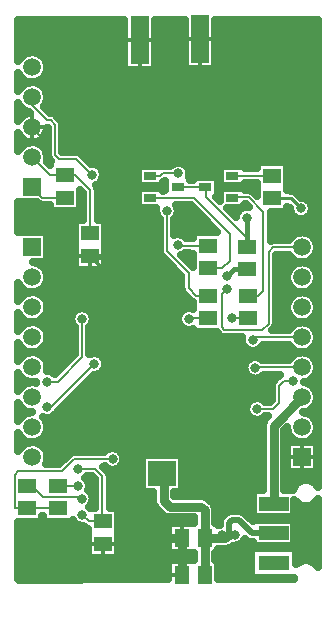
<source format=gbr>
G04 DipTrace 3.0.0.1*
G04 Bottom.gbr*
%MOIN*%
G04 #@! TF.FileFunction,Copper,L2,Bot*
G04 #@! TF.Part,Single*
G04 #@! TA.AperFunction,Conductor*
%ADD10C,0.01*%
%ADD14C,0.007*%
%ADD15C,0.015*%
%ADD16C,0.03*%
G04 #@! TA.AperFunction,CopperBalancing*
%ADD18C,0.025*%
G04 #@! TA.AperFunction,Conductor*
%ADD19C,0.02*%
G04 #@! TA.AperFunction,CopperBalancing*
%ADD23C,0.012992*%
%ADD26R,0.059055X0.051181*%
%ADD27R,0.051181X0.059055*%
G04 #@! TA.AperFunction,ComponentPad*
%ADD33R,0.059055X0.059055*%
%ADD34C,0.059055*%
%ADD36R,0.041339X0.025591*%
%ADD39R,0.098425X0.047244*%
%ADD42R,0.059843X0.159843*%
G04 #@! TA.AperFunction,ViaPad*
%ADD48C,0.031496*%
%FSLAX26Y26*%
G04*
G70*
G90*
G75*
G01*
G04 Bottom*
%LPD*%
X1341339Y1087402D2*
D14*
X1311286D1*
X1293963Y1070079D1*
Y1012599D1*
X1274541Y993176D1*
X1221916D1*
X1372047Y1232546D2*
X1217586D1*
X1207481Y1222441D1*
X1372047Y1132546D2*
X1216929D1*
X1215486Y1131103D1*
X472047Y1932677D2*
Y1929921D1*
X517323Y1884646D1*
X1186352Y1460368D2*
D15*
X1144751D1*
X1120341Y1435958D1*
X438845Y527297D2*
D14*
Y567323D1*
X439502Y567979D1*
X931496Y1440551D2*
D10*
X729397D1*
X666011Y1503937D1*
X712599Y1244882D2*
Y1457349D1*
X666011Y1503937D1*
X712599Y1244882D2*
Y1204725D1*
X807087Y1110236D1*
Y948819D1*
Y595145D1*
X834515Y567717D1*
X707743Y544226D2*
X455774D1*
X438845Y527297D1*
X736221Y1586614D2*
Y1515748D1*
X716536Y1496063D1*
X673885D1*
X666011Y1503937D1*
X633858Y948819D2*
X807087D1*
X972047Y439108D2*
D16*
Y562709D1*
X972026Y562730D1*
X907612D1*
X893963Y549082D1*
X833071D1*
X830709Y551444D1*
Y563911D1*
X834515Y567717D1*
X835302Y524016D2*
Y566929D1*
X834515Y567717D1*
X626116Y793701D2*
D14*
X681103D1*
X706037Y768767D1*
Y620735D1*
X707743Y619029D1*
X660499D1*
X638845Y640683D1*
X453019Y662336D2*
X556168D1*
X556693Y662861D1*
X740158Y826772D2*
X612336D1*
X571523Y785958D1*
X425460D1*
X413386Y773885D1*
Y662467D1*
X452887D1*
X453019Y662336D1*
X556693Y737664D2*
X627428D1*
X625984Y736221D1*
X453019Y737139D2*
X471523D1*
X507874Y700788D1*
X630709D1*
X637008Y694488D1*
X1048688Y1733596D2*
X956431D1*
X581628Y1773229D2*
X531496D1*
X472047Y1832677D1*
X666011Y1578740D2*
Y1723229D1*
X616273Y1772966D1*
X581890D1*
X581628Y1773229D1*
X1186352Y1535171D2*
Y1564305D1*
X1050394Y1700263D1*
Y1731890D1*
X1048688Y1733596D1*
X1186352Y1535171D2*
D15*
Y1630184D1*
X1276509Y677953D2*
D16*
Y937008D1*
X1372047Y1032546D1*
X472047Y2032677D2*
D14*
Y2006824D1*
X522310Y1956562D1*
X533071D1*
X548688Y1940945D1*
Y1838977D1*
X560761Y1826903D1*
X619160D1*
X671785Y1774278D1*
X581628Y1698425D2*
X506299D1*
X472047Y1732677D1*
X1272835Y1771391D2*
X1139633D1*
X1139239Y1770998D1*
X520735Y1084252D2*
X556956D1*
X638189Y1165486D1*
Y1293570D1*
X522572Y1000131D2*
X535171D1*
X678609Y1143570D1*
X865879Y1696194D2*
X1009843D1*
X1129921Y1576116D1*
Y1486877D1*
X1106037Y1462992D1*
X1057349D1*
X1056562Y1463780D1*
X1058137Y1370866D2*
X1018373D1*
X993176Y1396063D1*
Y1447376D1*
X920998Y1519554D1*
Y1653806D1*
X959580Y1779265D2*
X907612D1*
X899213Y1770866D1*
X866011D1*
X865879Y1770998D1*
X1058137Y1296063D2*
X995932D1*
X993570Y1293701D1*
X1372047Y1532546D2*
X1275853D1*
X1260236Y1516929D1*
Y1278215D1*
X1239239Y1257218D1*
X1112861D1*
X1104200Y1265879D1*
Y1377166D1*
X1122179Y1395145D1*
X1139239Y1696194D2*
Y1699738D1*
X1193307D1*
X1242651Y1650394D1*
Y1386483D1*
X1225460Y1369292D1*
X1191076D1*
X1190158Y1370210D1*
X1136483Y1295407D2*
X1190158D1*
X1272835Y1696588D2*
D10*
X1333990D1*
X1368242Y1662336D1*
X1056562Y1538583D2*
D14*
X958662D1*
X957218Y1540026D1*
X1104856Y572704D2*
D19*
X1127297D1*
X1144751D1*
X1146457Y574410D1*
X1276509Y579528D2*
X1204462D1*
X1161024Y622966D1*
X1138189D1*
X1127297Y612074D1*
Y572704D1*
X1046830Y562730D2*
D16*
Y439129D1*
X1046851Y439108D1*
X1046830Y562730D2*
X1114817D1*
X1127297Y572704D1*
X1046830Y562730D2*
Y656845D1*
X1035696Y667979D1*
X929790D1*
X909974Y687795D1*
Y776772D1*
X906824Y779921D1*
X925591D1*
X929134Y783465D1*
D48*
X1341339Y1087402D3*
X1221916Y993176D3*
X1207481Y1222441D3*
X1215486Y1131103D3*
X517323Y1884646D3*
X1120341Y1435958D3*
X931496Y1440551D3*
X712599Y1244882D3*
D3*
X736221Y1586614D3*
X633858Y948819D3*
X626116Y793701D3*
X638845Y640683D3*
X740158Y826772D3*
X625984Y736221D3*
X637008Y694488D3*
X1186352Y1630184D3*
X671785Y1774278D3*
X520735Y1084252D3*
X638189Y1293570D3*
X522572Y1000131D3*
X678609Y1143570D3*
X920998Y1653806D3*
X959580Y1779265D3*
X993570Y1293701D3*
X1122179Y1395145D3*
X1136483Y1295407D3*
X1368242Y1662336D3*
X957218Y1540026D3*
X1104856Y572704D3*
X1146457Y574410D3*
X439502Y567979D3*
X438845Y527297D3*
X834515Y567717D3*
X835302Y524016D3*
X881890Y779528D3*
X929134Y783465D3*
X984252Y2086614D3*
X1062992D3*
Y2007874D3*
X866142Y2086614D3*
Y2007874D3*
X1141732Y2086614D3*
Y2007874D3*
X787402Y2086614D3*
Y2007874D3*
X1141732Y2244095D3*
Y2165355D3*
X1220473Y2244095D3*
Y2165355D3*
Y2086614D3*
Y2007874D3*
X1141732Y1929134D3*
X1220473D3*
X629921Y2086614D3*
Y2007874D3*
X708662Y2086614D3*
Y2007874D3*
X629921Y2244095D3*
Y2165355D3*
X708662Y2244095D3*
Y2165355D3*
X1141732Y1850394D3*
X1062992D3*
X1220473D3*
X984252D3*
X826772D3*
X748032D3*
X905512D3*
X669292D3*
X708662Y1929134D3*
X629921D3*
X551181Y2086614D3*
Y2007874D3*
Y2244095D3*
Y2165355D3*
X1299213Y2086614D3*
Y2007874D3*
Y2244095D3*
Y2165355D3*
X428725Y2265466D2*
D18*
X776948D1*
X882778D2*
X977339D1*
X1083169D2*
X1421675D1*
X428725Y2240597D2*
X776948D1*
X882778D2*
X977339D1*
X1083169D2*
X1421675D1*
X428725Y2215729D2*
X776948D1*
X882778D2*
X977339D1*
X1083169D2*
X1421675D1*
X428725Y2190860D2*
X776948D1*
X882778D2*
X977339D1*
X1083169D2*
X1421675D1*
X511880Y2165991D2*
X776948D1*
X882778D2*
X977339D1*
X1083169D2*
X1421675D1*
X523843Y2141122D2*
X776948D1*
X882778D2*
X977339D1*
X1083169D2*
X1421675D1*
X521792Y2116254D2*
X1421675D1*
X428725Y2091385D2*
X441335D1*
X502798D2*
X1421675D1*
X511391Y2066516D2*
X1421675D1*
X523745Y2041647D2*
X1421675D1*
X521987Y2016778D2*
X1421675D1*
X428725Y1991910D2*
X440555D1*
X523403D2*
X1421675D1*
X559048Y1967041D2*
X1421675D1*
X575161Y1942172D2*
X1421675D1*
X575210Y1917303D2*
X1421675D1*
X428725Y1892435D2*
X439872D1*
X504263D2*
X522221D1*
X575210D2*
X1421675D1*
X510415Y1867566D2*
X522165D1*
X575210D2*
X1421675D1*
X639809Y1842697D2*
X1421675D1*
X664663Y1817828D2*
X1421675D1*
X705337Y1792960D2*
X822212D1*
X995620D2*
X1095552D1*
X1325356D2*
X1421675D1*
X710024Y1768091D2*
X822212D1*
X996548D2*
X1095552D1*
X1325356D2*
X1421675D1*
X692983Y1743222D2*
X822212D1*
X1182925D2*
X1220307D1*
X1325356D2*
X1421675D1*
X692495Y1718353D2*
X822212D1*
X1210952D2*
X1220338D1*
X1349770D2*
X1421675D1*
X692495Y1693484D2*
X822212D1*
X1389272D2*
X1421675D1*
X428725Y1668616D2*
X529096D1*
X692495D2*
X822212D1*
X956606D2*
X1000971D1*
X1406460D2*
X1421659D1*
X428725Y1643747D2*
X639497D1*
X692495D2*
X883686D1*
X958315D2*
X1025825D1*
X1269155D2*
X1334614D1*
X1401870D2*
X1421675D1*
X428725Y1618878D2*
X613471D1*
X718520D2*
X894477D1*
X947475D2*
X1050727D1*
X1269155D2*
X1421675D1*
X428725Y1594009D2*
X613471D1*
X718520D2*
X894477D1*
X947475D2*
X1075581D1*
X1269155D2*
X1421675D1*
X524721Y1569141D2*
X613471D1*
X718520D2*
X894477D1*
X981313D2*
X1004048D1*
X1269155D2*
X1335444D1*
X1408657D2*
X1421704D1*
X524721Y1544272D2*
X613471D1*
X718520D2*
X894477D1*
X524721Y1519403D2*
X613471D1*
X718520D2*
X894477D1*
X524721Y1494534D2*
X613471D1*
X718520D2*
X909565D1*
X982436D2*
X1004048D1*
X1286733D2*
X1337007D1*
X1407095D2*
X1421718D1*
X508364Y1469666D2*
X613471D1*
X718520D2*
X934468D1*
X1286733D2*
X1336030D1*
X1408071D2*
X1421727D1*
X523208Y1444797D2*
X959321D1*
X1286733D2*
X1321040D1*
X523061Y1419928D2*
X966694D1*
X1286733D2*
X1321138D1*
X428725Y1395059D2*
X436652D1*
X507680D2*
X966694D1*
X1286733D2*
X1336421D1*
X1407680D2*
X1421689D1*
X428725Y1370191D2*
X436555D1*
X507778D2*
X982612D1*
X1286733D2*
X1336616D1*
X1407485D2*
X1421671D1*
X523061Y1345322D2*
X1005610D1*
X1286733D2*
X1321186D1*
X523208Y1320453D2*
X611372D1*
X665005D2*
X966596D1*
X1286733D2*
X1320991D1*
X508266Y1295584D2*
X599507D1*
X676870D2*
X954878D1*
X1286733D2*
X1335835D1*
X1408266D2*
X1421666D1*
X428725Y1270715D2*
X437140D1*
X507192D2*
X607563D1*
X668813D2*
X963032D1*
X1285513D2*
X1337202D1*
X1406899D2*
X1421700D1*
X522964Y1245847D2*
X611665D1*
X664712D2*
X1087788D1*
X523305Y1220978D2*
X611665D1*
X664712D2*
X1168745D1*
X508804Y1196109D2*
X611665D1*
X664712D2*
X1180073D1*
X1234878D2*
X1335249D1*
X1408804D2*
X1421719D1*
X428725Y1171240D2*
X437823D1*
X506557D2*
X607514D1*
X704507D2*
X1337837D1*
X1406264D2*
X1421729D1*
X522817Y1146372D2*
X582612D1*
X717251D2*
X1180122D1*
X523452Y1121503D2*
X557759D1*
X709878D2*
X1178022D1*
X668130Y1096634D2*
X1201753D1*
X1229214D2*
X1284077D1*
X1409389D2*
X1421702D1*
X428725Y1071765D2*
X438408D1*
X643227D2*
X1267524D1*
X1405630D2*
X1421673D1*
X618374Y1046897D2*
X1267475D1*
X593520Y1022028D2*
X1197456D1*
X1246352D2*
X1266938D1*
X568618Y997159D2*
X1183393D1*
X1409927D2*
X1421684D1*
X428725Y972290D2*
X439091D1*
X548305D2*
X1189790D1*
X1404946D2*
X1421706D1*
X522475Y947421D2*
X1240083D1*
X523647Y922553D2*
X1238520D1*
X510415Y897684D2*
X1238520D1*
X1314516D2*
X1333686D1*
X1410415D2*
X1421665D1*
X428725Y872815D2*
X439774D1*
X504555D2*
X1238520D1*
X522329Y847946D2*
X598530D1*
X772085D2*
X1238520D1*
X523794Y823078D2*
X572212D1*
X778725D2*
X835249D1*
X975210D2*
X1238520D1*
X764956Y798209D2*
X835249D1*
X975210D2*
X1238520D1*
X732095Y773340D2*
X835249D1*
X975210D2*
X1238520D1*
X1314516D2*
X1421675D1*
X662612Y748471D2*
X679536D1*
X732534D2*
X835249D1*
X975210D2*
X1238520D1*
X1314516D2*
X1355366D1*
X1414175D2*
X1421687D1*
X662466Y723603D2*
X679536D1*
X732534D2*
X835249D1*
X975210D2*
X1238520D1*
X1314516D2*
X1339253D1*
X732534Y698734D2*
X871968D1*
X1055923D2*
X1204292D1*
X669302Y673865D2*
X679571D1*
X732534D2*
X874800D1*
X1080483D2*
X1204292D1*
X1348745D2*
X1362446D1*
X1407095D2*
X1421718D1*
X760268Y648996D2*
X896089D1*
X1084829D2*
X1119770D1*
X1179409D2*
X1204292D1*
X1348745D2*
X1421675D1*
X760268Y624128D2*
X1008833D1*
X1084829D2*
X1096747D1*
X1205483D2*
X1421675D1*
X428725Y599259D2*
X644380D1*
X760268D2*
X923432D1*
X1348745D2*
X1421675D1*
X428725Y574390D2*
X655220D1*
X760268D2*
X923432D1*
X1348745D2*
X1421675D1*
X428725Y549521D2*
X655220D1*
X760268D2*
X923432D1*
X1175307D2*
X1196479D1*
X1348745D2*
X1421675D1*
X428725Y524652D2*
X655220D1*
X760268D2*
X923432D1*
X1095425D2*
X1198286D1*
X1354702D2*
X1421675D1*
X428725Y499784D2*
X655220D1*
X760268D2*
X1008833D1*
X1084829D2*
X1198286D1*
X1354702D2*
X1421675D1*
X428725Y474915D2*
X923481D1*
X1095425D2*
X1198286D1*
X428725Y450046D2*
X923481D1*
X1095425D2*
X1198286D1*
X665577Y665120D2*
X682081D1*
X682037Y758852D1*
X671134Y769729D1*
X653319Y769701D1*
X648112Y764919D1*
X653548Y759762D1*
X656891Y755160D1*
X659473Y750092D1*
X661231Y744683D1*
X662121Y739065D1*
Y733377D1*
X661231Y727759D1*
X659639Y722798D1*
X664571Y718030D1*
X667915Y713428D1*
X670497Y708360D1*
X672255Y702950D1*
X673144Y697332D1*
Y691644D1*
X672255Y686026D1*
X670497Y680617D1*
X667915Y675549D1*
X664571Y670947D1*
X662174Y668427D1*
X665586Y665114D1*
X730030Y665120D2*
X757771D1*
Y498135D1*
X657715D1*
Y595155D1*
X651314Y596856D1*
X646392Y599613D1*
X641077Y604510D1*
X633175Y604881D1*
X627644Y606209D1*
X622389Y608385D1*
X617539Y611357D1*
X613214Y615051D1*
X609520Y619377D1*
X606717Y623926D1*
X606721Y616771D1*
X506666D1*
Y638304D1*
X503092Y638336D1*
X503046Y616245D1*
X426240D1*
X426201Y426224D1*
X925957Y426201D1*
Y489135D1*
X1011356D1*
X1011329Y512713D1*
X925936Y512702D1*
Y612757D1*
X1011335D1*
X1011330Y632505D1*
X927005Y632589D1*
X921503Y633460D1*
X916205Y635181D1*
X911242Y637710D1*
X906735Y640985D1*
X882980Y664740D1*
X879705Y669247D1*
X877176Y674210D1*
X875455Y679508D1*
X874583Y685010D1*
X874474Y718118D1*
X837768Y718083D1*
Y839791D1*
X972731D1*
Y718083D1*
X945437D1*
X945474Y703481D1*
X1038481Y703370D1*
X1043983Y702498D1*
X1049281Y700777D1*
X1054244Y698248D1*
X1058751Y694974D1*
X1073824Y679901D1*
X1077098Y675394D1*
X1079627Y670431D1*
X1081349Y665133D1*
X1082220Y659631D1*
X1082330Y612754D1*
X1092920Y612757D1*
Y606947D1*
X1096797Y608030D1*
X1097172Y616845D1*
X1099118Y623746D1*
X1102622Y630001D1*
X1105730Y633641D1*
X1118381Y646159D1*
X1124342Y650142D1*
X1131069Y652624D1*
X1138189Y653466D1*
X1163417Y653372D1*
X1170449Y651973D1*
X1176960Y648972D1*
X1182591Y644533D1*
X1206794Y620330D1*
X1206797Y623650D1*
X1346222D1*
Y535406D1*
X1206797D1*
Y549029D1*
X1199691Y549403D1*
X1192790Y551349D1*
X1186535Y554853D1*
X1180030Y560827D1*
X1177363Y555470D1*
X1174020Y550868D1*
X1169998Y546846D1*
X1165396Y543503D1*
X1160328Y540921D1*
X1154919Y539163D1*
X1149301Y538273D1*
X1141416Y538533D1*
X1132370Y531873D1*
X1127326Y529507D1*
X1121975Y527959D1*
X1117603Y527339D1*
X1092893Y527230D1*
X1092920Y512702D1*
X1082325D1*
X1082330Y489146D1*
X1092941Y489135D1*
Y426196D1*
X1345097Y426201D1*
X1343112Y430978D1*
X1200805Y430988D1*
Y531216D1*
X1352214D1*
Y475601D1*
X1358792Y481435D1*
X1364707Y485060D1*
X1371116Y487714D1*
X1377861Y489334D1*
X1384777Y489878D1*
X1391693Y489334D1*
X1398438Y487714D1*
X1404847Y485060D1*
X1410762Y481435D1*
X1416037Y476930D1*
X1420543Y471655D1*
X1424196Y465678D1*
X1424167Y693316D1*
X1420543Y687401D1*
X1416037Y682126D1*
X1410762Y677621D1*
X1404847Y673996D1*
X1398438Y671341D1*
X1391693Y669722D1*
X1384777Y669178D1*
X1377861Y669722D1*
X1371116Y671341D1*
X1364707Y673996D1*
X1358792Y677621D1*
X1353517Y682126D1*
X1349012Y687401D1*
X1346228Y691813D1*
X1346222Y633831D1*
X1206797D1*
Y722075D1*
X1241026D1*
X1241119Y939793D1*
X1241990Y945295D1*
X1243712Y950593D1*
X1246241Y955557D1*
X1249515Y960064D1*
X1258485Y969188D1*
X1249101Y969176D1*
X1243222Y963851D1*
X1238372Y960879D1*
X1233117Y958702D1*
X1227587Y957374D1*
X1221916Y956928D1*
X1216246Y957374D1*
X1210715Y958702D1*
X1205460Y960879D1*
X1200610Y963851D1*
X1196285Y967545D1*
X1192591Y971870D1*
X1189619Y976720D1*
X1187442Y981975D1*
X1186114Y987506D1*
X1185668Y993176D1*
X1186114Y998847D1*
X1187442Y1004377D1*
X1189619Y1009632D1*
X1192591Y1014482D1*
X1196285Y1018807D1*
X1200610Y1022501D1*
X1205460Y1025473D1*
X1210715Y1027650D1*
X1216246Y1028978D1*
X1221916Y1029424D1*
X1227587Y1028978D1*
X1233117Y1027650D1*
X1238372Y1025473D1*
X1243222Y1022501D1*
X1249049Y1017183D1*
X1264641Y1017176D1*
X1269965Y1022542D1*
X1270259Y1073833D1*
X1271790Y1079263D1*
X1274547Y1084186D1*
X1285832Y1095888D1*
X1297179Y1106818D1*
X1298753Y1107869D1*
X1297047Y1108546D1*
X1243874D1*
X1239027Y1103539D1*
X1234425Y1100196D1*
X1229357Y1097614D1*
X1223948Y1095856D1*
X1218330Y1094966D1*
X1212642D1*
X1207024Y1095856D1*
X1201614Y1097614D1*
X1196546Y1100196D1*
X1191945Y1103539D1*
X1187923Y1107561D1*
X1184579Y1112163D1*
X1181997Y1117231D1*
X1180239Y1122641D1*
X1179349Y1128259D1*
Y1133947D1*
X1180239Y1139565D1*
X1181997Y1144974D1*
X1184579Y1150042D1*
X1187923Y1154644D1*
X1191945Y1158666D1*
X1196546Y1162009D1*
X1201614Y1164591D1*
X1207024Y1166349D1*
X1212642Y1167239D1*
X1218330D1*
X1223948Y1166349D1*
X1229357Y1164591D1*
X1234425Y1162009D1*
X1239027Y1158666D1*
X1241291Y1156546D1*
X1328111D1*
X1331574Y1161952D1*
X1336673Y1167921D1*
X1342642Y1173019D1*
X1349335Y1177121D1*
X1356588Y1180125D1*
X1364221Y1181958D1*
X1370959Y1182531D1*
X1364221Y1183135D1*
X1356588Y1184967D1*
X1349335Y1187971D1*
X1342642Y1192073D1*
X1336673Y1197171D1*
X1331574Y1203141D1*
X1328200Y1208535D1*
X1240944Y1208546D1*
X1238387Y1203502D1*
X1235044Y1198900D1*
X1231022Y1194878D1*
X1226420Y1191535D1*
X1221352Y1188952D1*
X1215942Y1187195D1*
X1210325Y1186305D1*
X1204637D1*
X1199019Y1187195D1*
X1193609Y1188952D1*
X1188541Y1191535D1*
X1183939Y1194878D1*
X1179917Y1198900D1*
X1176574Y1203502D1*
X1173992Y1208570D1*
X1172234Y1213979D1*
X1171344Y1219597D1*
Y1225285D1*
X1172889Y1233225D1*
X1109107Y1233513D1*
X1103677Y1235045D1*
X1098754Y1237802D1*
X1090116Y1246022D1*
X1087224Y1248914D1*
X1083164Y1249973D1*
X1008109D1*
Y1260471D1*
X1002032Y1258455D1*
X996414Y1257565D1*
X990726D1*
X985108Y1258455D1*
X979698Y1260212D1*
X974630Y1262794D1*
X970029Y1266138D1*
X966007Y1270160D1*
X962663Y1274761D1*
X960081Y1279829D1*
X958323Y1285239D1*
X957433Y1290857D1*
Y1296545D1*
X958323Y1302163D1*
X960081Y1307573D1*
X962663Y1312641D1*
X966007Y1317242D1*
X970029Y1321264D1*
X974630Y1324608D1*
X979698Y1327190D1*
X985108Y1328947D1*
X990726Y1329837D1*
X996414D1*
X1002032Y1328947D1*
X1008118Y1326878D1*
X1008109Y1349141D1*
X1002786Y1352617D1*
X974926Y1380476D1*
X971792Y1385167D1*
X969839Y1390461D1*
X969176Y1396063D1*
Y1437421D1*
X901581Y1505447D1*
X898824Y1510370D1*
X897293Y1515800D1*
X896998Y1532054D1*
Y1626634D1*
X891672Y1632500D1*
X888700Y1637350D1*
X886524Y1642605D1*
X885196Y1648136D1*
X884750Y1653806D1*
X885196Y1659476D1*
X885929Y1662899D1*
X824710D1*
Y1729489D1*
X907049D1*
Y1720163D1*
X915262Y1725300D1*
Y1752986D1*
X910109Y1749482D1*
X908390Y1748691D1*
X907049Y1741793D1*
Y1737702D1*
X824710D1*
Y1804293D1*
X907049D1*
Y1803267D1*
X932368Y1803265D1*
X938274Y1808591D1*
X943124Y1811563D1*
X948379Y1813739D1*
X953910Y1815067D1*
X959580Y1815513D1*
X965251Y1815067D1*
X970782Y1813739D1*
X976037Y1811563D1*
X980886Y1808591D1*
X985211Y1804897D1*
X988906Y1800571D1*
X991877Y1795722D1*
X994054Y1790467D1*
X995382Y1784936D1*
X995828Y1779265D1*
X995382Y1773595D1*
X993619Y1766885D1*
X997600Y1766891D1*
Y1757565D1*
X1007554Y1757596D1*
X1007519Y1766891D1*
X1089857D1*
Y1700300D1*
X1084340D1*
X1098059Y1686539D1*
X1098070Y1729489D1*
X1180409D1*
Y1723777D1*
X1197062Y1723442D1*
X1202492Y1721911D1*
X1207414Y1719154D1*
X1219117Y1707869D1*
X1222811Y1704175D1*
X1222807Y1747420D1*
X1180403Y1747391D1*
X1180409Y1737702D1*
X1098070D1*
Y1804293D1*
X1180409D1*
Y1795357D1*
X1222787Y1795391D1*
X1222807Y1817482D1*
X1322863D1*
Y1722122D1*
X1337979Y1721774D1*
X1343748Y1720147D1*
X1348978Y1717218D1*
X1352021Y1714619D1*
X1368242Y1698584D1*
X1373912Y1698138D1*
X1379443Y1696810D1*
X1384698Y1694633D1*
X1389548Y1691661D1*
X1393873Y1687967D1*
X1397567Y1683642D1*
X1400539Y1678792D1*
X1402716Y1673537D1*
X1404043Y1668007D1*
X1404490Y1662336D1*
X1404043Y1656666D1*
X1402716Y1651135D1*
X1400539Y1645880D1*
X1397567Y1641030D1*
X1393873Y1636705D1*
X1389548Y1633011D1*
X1384698Y1630039D1*
X1379443Y1627862D1*
X1373912Y1626534D1*
X1368242Y1626088D1*
X1362571Y1626534D1*
X1357040Y1627862D1*
X1351785Y1630039D1*
X1346936Y1633011D1*
X1342610Y1636705D1*
X1338916Y1641030D1*
X1335944Y1645880D1*
X1333768Y1651135D1*
X1332440Y1656666D1*
X1332001Y1662525D1*
X1322863Y1667679D1*
Y1650497D1*
X1266651Y1650394D1*
X1266669Y1554719D1*
X1272099Y1556251D1*
X1288353Y1556546D1*
X1328148D1*
X1331574Y1561952D1*
X1336673Y1567921D1*
X1342642Y1573019D1*
X1349335Y1577121D1*
X1356588Y1580125D1*
X1364221Y1581958D1*
X1372047Y1582574D1*
X1379873Y1581958D1*
X1387507Y1580125D1*
X1394759Y1577121D1*
X1401453Y1573019D1*
X1407422Y1567921D1*
X1412521Y1561952D1*
X1416622Y1555258D1*
X1419626Y1548006D1*
X1421459Y1540372D1*
X1422075Y1532546D1*
X1421459Y1524720D1*
X1419626Y1517087D1*
X1416622Y1509834D1*
X1412521Y1503141D1*
X1407422Y1497171D1*
X1401453Y1492073D1*
X1394759Y1487971D1*
X1387507Y1484967D1*
X1379873Y1483135D1*
X1373136Y1482561D1*
X1379873Y1481958D1*
X1387507Y1480125D1*
X1394759Y1477121D1*
X1401453Y1473019D1*
X1407422Y1467921D1*
X1412521Y1461952D1*
X1416622Y1455258D1*
X1419626Y1448006D1*
X1421459Y1440372D1*
X1422075Y1432546D1*
X1421459Y1424720D1*
X1419626Y1417087D1*
X1416622Y1409834D1*
X1412521Y1403141D1*
X1407422Y1397171D1*
X1401453Y1392073D1*
X1394759Y1387971D1*
X1387507Y1384967D1*
X1379873Y1383135D1*
X1373136Y1382561D1*
X1379873Y1381958D1*
X1387507Y1380125D1*
X1394759Y1377121D1*
X1401453Y1373019D1*
X1407422Y1367921D1*
X1412521Y1361952D1*
X1416622Y1355258D1*
X1419626Y1348006D1*
X1421459Y1340372D1*
X1422075Y1332546D1*
X1421459Y1324720D1*
X1419626Y1317087D1*
X1416622Y1309834D1*
X1412521Y1303141D1*
X1407422Y1297171D1*
X1401453Y1292073D1*
X1394759Y1287971D1*
X1387507Y1284967D1*
X1379873Y1283135D1*
X1373136Y1282561D1*
X1379873Y1281958D1*
X1387507Y1280125D1*
X1394759Y1277121D1*
X1401453Y1273019D1*
X1407422Y1267921D1*
X1412521Y1261952D1*
X1416622Y1255258D1*
X1419626Y1248006D1*
X1421459Y1240372D1*
X1422075Y1232546D1*
X1421459Y1224720D1*
X1419626Y1217087D1*
X1416622Y1209834D1*
X1412521Y1203141D1*
X1407422Y1197171D1*
X1401453Y1192073D1*
X1394759Y1187971D1*
X1387507Y1184967D1*
X1379873Y1183135D1*
X1373136Y1182561D1*
X1379873Y1181958D1*
X1387507Y1180125D1*
X1394759Y1177121D1*
X1401453Y1173019D1*
X1407422Y1167921D1*
X1412521Y1161952D1*
X1416622Y1155258D1*
X1419626Y1148006D1*
X1421459Y1140372D1*
X1422075Y1132546D1*
X1421459Y1124720D1*
X1419626Y1117087D1*
X1416622Y1109834D1*
X1412521Y1103141D1*
X1407422Y1097171D1*
X1401453Y1092073D1*
X1394759Y1087971D1*
X1387507Y1084967D1*
X1379873Y1083135D1*
X1377298Y1082830D1*
X1387507Y1080125D1*
X1394759Y1077121D1*
X1401453Y1073019D1*
X1407422Y1067921D1*
X1412521Y1061952D1*
X1416622Y1055258D1*
X1419626Y1048006D1*
X1421459Y1040372D1*
X1422075Y1032546D1*
X1421459Y1024720D1*
X1419626Y1017087D1*
X1416622Y1009834D1*
X1412521Y1003141D1*
X1407422Y997171D1*
X1401453Y992073D1*
X1394759Y987971D1*
X1387507Y984967D1*
X1379873Y983135D1*
X1373136Y982561D1*
X1379873Y981958D1*
X1387507Y980125D1*
X1394759Y977121D1*
X1401453Y973019D1*
X1407422Y967921D1*
X1412521Y961952D1*
X1416622Y955258D1*
X1419626Y948006D1*
X1421459Y940372D1*
X1422075Y932546D1*
X1421459Y924720D1*
X1419626Y917087D1*
X1416622Y909834D1*
X1412521Y903141D1*
X1407422Y897171D1*
X1401453Y892073D1*
X1394759Y887971D1*
X1387507Y884967D1*
X1379873Y883135D1*
X1374520Y882573D1*
X1422075D1*
Y782518D1*
X1322020D1*
Y882573D1*
X1368122Y882673D1*
X1360369Y883901D1*
X1352903Y886327D1*
X1345908Y889891D1*
X1339557Y894505D1*
X1334006Y900056D1*
X1329392Y906407D1*
X1325828Y913401D1*
X1323402Y920867D1*
X1322174Y928621D1*
X1322029Y932316D1*
X1312042Y922335D1*
X1312010Y722116D1*
X1341416Y722075D1*
X1343934Y730304D1*
X1347083Y736485D1*
X1351161Y742097D1*
X1356066Y747002D1*
X1361678Y751080D1*
X1367859Y754229D1*
X1374457Y756373D1*
X1381309Y757458D1*
X1388246D1*
X1395097Y756373D1*
X1401695Y754229D1*
X1407876Y751080D1*
X1413488Y747002D1*
X1418394Y742097D1*
X1422471Y736485D1*
X1424196Y733395D1*
X1424193Y2290312D1*
X1080687Y2290335D1*
X1080671Y2126226D1*
X979829D1*
Y2290337D1*
X880277Y2290100D1*
Y2124257D1*
X779435D1*
Y2290341D1*
X426195Y2290335D1*
X426201Y2152688D1*
X429392Y2158817D1*
X434006Y2165168D1*
X439557Y2170719D1*
X445908Y2175333D1*
X452903Y2178897D1*
X460369Y2181323D1*
X468122Y2182551D1*
X475973D1*
X483726Y2181323D1*
X491192Y2178897D1*
X498187Y2175333D1*
X504538Y2170719D1*
X510089Y2165168D1*
X514703Y2158817D1*
X518267Y2151822D1*
X520693Y2144356D1*
X521921Y2136602D1*
Y2128752D1*
X520693Y2120999D1*
X518267Y2113533D1*
X514703Y2106538D1*
X510089Y2100187D1*
X504538Y2094636D1*
X498187Y2090022D1*
X491192Y2086458D1*
X483726Y2084032D1*
X475973Y2082804D1*
X473136Y2082693D1*
X479873Y2082089D1*
X487507Y2080256D1*
X494759Y2077252D1*
X501453Y2073151D1*
X507422Y2068052D1*
X512521Y2062083D1*
X516622Y2055389D1*
X519626Y2048137D1*
X521459Y2040503D1*
X522075Y2032677D1*
X521459Y2024851D1*
X519626Y2017218D1*
X516622Y2009965D1*
X512521Y2003272D1*
X511200Y2001597D1*
X532280Y1980533D1*
X536826Y1980266D1*
X542255Y1978735D1*
X547178Y1975978D1*
X558880Y1964694D1*
X568104Y1955052D1*
X570861Y1950130D1*
X572392Y1944700D1*
X572688Y1928445D1*
Y1850857D1*
X621043Y1850829D1*
X626577Y1849729D1*
X631700Y1847367D1*
X636131Y1843874D1*
X669518Y1810486D1*
X677455Y1810080D1*
X682986Y1808752D1*
X688241Y1806576D1*
X693091Y1803604D1*
X697416Y1799910D1*
X701110Y1795584D1*
X704082Y1790735D1*
X706259Y1785480D1*
X707587Y1779949D1*
X708033Y1774278D1*
X707587Y1768608D1*
X706259Y1763077D1*
X704082Y1757822D1*
X701110Y1752972D1*
X697416Y1748647D1*
X693091Y1744953D1*
X688241Y1741981D1*
X683268Y1739908D1*
X686474Y1735769D1*
X688836Y1730645D1*
X689937Y1725112D1*
X690011Y1624840D1*
X716038Y1624831D1*
Y1457847D1*
X615983D1*
Y1624831D1*
X642009D1*
X642011Y1713262D1*
X631673Y1723625D1*
X631655Y1652335D1*
X531600D1*
Y1674454D1*
X502545Y1674721D1*
X497115Y1676252D1*
X492193Y1679009D1*
X488120Y1682663D1*
X426226Y1682650D1*
X426201Y1582669D1*
X522206Y1582705D1*
Y1482650D1*
X476104Y1482551D1*
X483857Y1481323D1*
X491323Y1478897D1*
X498318Y1475333D1*
X504669Y1470719D1*
X510220Y1465168D1*
X514834Y1458817D1*
X518398Y1451822D1*
X520824Y1444356D1*
X522052Y1436602D1*
Y1428752D1*
X520824Y1420999D1*
X518398Y1413533D1*
X514834Y1406538D1*
X510220Y1400187D1*
X504669Y1394636D1*
X498318Y1390022D1*
X491323Y1386458D1*
X483857Y1384032D1*
X476104Y1382804D1*
X473267Y1382693D1*
X480005Y1382089D1*
X487638Y1380256D1*
X494891Y1377252D1*
X501584Y1373151D1*
X507554Y1368052D1*
X512652Y1362083D1*
X516754Y1355389D1*
X519758Y1348137D1*
X521590Y1340503D1*
X522206Y1332677D1*
X521590Y1324851D1*
X519758Y1317218D1*
X516754Y1309965D1*
X512652Y1303272D1*
X507554Y1297303D1*
X501584Y1292204D1*
X494891Y1288102D1*
X487638Y1285098D1*
X480005Y1283266D1*
X473267Y1282693D1*
X480005Y1282089D1*
X487638Y1280256D1*
X494891Y1277252D1*
X501584Y1273151D1*
X507554Y1268052D1*
X512652Y1262083D1*
X516754Y1255389D1*
X519758Y1248137D1*
X521590Y1240503D1*
X522206Y1232677D1*
X521590Y1224851D1*
X519758Y1217218D1*
X516754Y1209965D1*
X512652Y1203272D1*
X507554Y1197303D1*
X501584Y1192204D1*
X494891Y1188102D1*
X487638Y1185098D1*
X480005Y1183266D1*
X473267Y1182693D1*
X480005Y1182089D1*
X487638Y1180256D1*
X494891Y1177252D1*
X501584Y1173151D1*
X507554Y1168052D1*
X512652Y1162083D1*
X516754Y1155389D1*
X519758Y1148137D1*
X521590Y1140503D1*
X522206Y1132677D1*
X521590Y1124851D1*
X520735Y1120500D1*
X526406Y1120054D1*
X531936Y1118726D1*
X537191Y1116549D1*
X542041Y1113577D1*
X547461Y1108700D1*
X614183Y1175421D1*
X614189Y1266414D1*
X608864Y1272264D1*
X605892Y1277114D1*
X603715Y1282369D1*
X602387Y1287899D1*
X601941Y1293570D1*
X602387Y1299240D1*
X603715Y1304771D1*
X605892Y1310026D1*
X608864Y1314876D1*
X612558Y1319201D1*
X616883Y1322895D1*
X621733Y1325867D1*
X626988Y1328044D1*
X632519Y1329372D1*
X638189Y1329818D1*
X643860Y1329372D1*
X649390Y1328044D1*
X654645Y1325867D1*
X659495Y1322895D1*
X663820Y1319201D1*
X667514Y1314876D1*
X670486Y1310026D1*
X672663Y1304771D1*
X673991Y1299240D1*
X674437Y1293570D1*
X673991Y1287899D1*
X672663Y1282369D1*
X670486Y1277114D1*
X667514Y1272264D1*
X662196Y1266437D1*
X662189Y1175845D1*
X667408Y1178044D1*
X672939Y1179372D1*
X678609Y1179818D1*
X684280Y1179372D1*
X689810Y1178044D1*
X695065Y1175867D1*
X699915Y1172895D1*
X704240Y1169201D1*
X707934Y1164876D1*
X710906Y1160026D1*
X713083Y1154771D1*
X714411Y1149240D1*
X714857Y1143570D1*
X714411Y1137899D1*
X713083Y1132369D1*
X710906Y1127114D1*
X707934Y1122264D1*
X704240Y1117939D1*
X699915Y1114244D1*
X695065Y1111273D1*
X689810Y1109096D1*
X684280Y1107768D1*
X676398Y1107409D1*
X556610Y987629D1*
X553479Y981192D1*
X550136Y976590D1*
X546114Y972568D1*
X541512Y969225D1*
X536444Y966643D1*
X531034Y964885D1*
X525416Y963995D1*
X519728D1*
X514110Y964885D1*
X509024Y966523D1*
X514834Y958817D1*
X518398Y951822D1*
X520824Y944356D1*
X522052Y936602D1*
Y928752D1*
X520824Y920999D1*
X518398Y913533D1*
X514834Y906538D1*
X510220Y900187D1*
X504669Y894636D1*
X498318Y890022D1*
X491323Y886458D1*
X483857Y884032D1*
X476104Y882804D1*
X473267Y882693D1*
X480005Y882089D1*
X487638Y880256D1*
X494891Y877252D1*
X501584Y873151D1*
X507554Y868052D1*
X512652Y862083D1*
X516754Y855389D1*
X519758Y848137D1*
X521590Y840503D1*
X522206Y832677D1*
X521590Y824851D1*
X519758Y817218D1*
X516746Y809952D1*
X561544Y809958D1*
X596749Y845022D1*
X601440Y848156D1*
X606733Y850109D1*
X612336Y850772D1*
X712971D1*
X718852Y856097D1*
X723701Y859069D1*
X728956Y861246D1*
X734487Y862574D1*
X740158Y863020D1*
X745828Y862574D1*
X751359Y861246D1*
X756614Y859069D1*
X761464Y856097D1*
X765789Y852403D1*
X769483Y848078D1*
X772455Y843228D1*
X774632Y837973D1*
X775959Y832442D1*
X776406Y826772D1*
X775959Y821101D1*
X774632Y815571D1*
X772455Y810316D1*
X769483Y805466D1*
X765789Y801141D1*
X761464Y797447D1*
X756614Y794475D1*
X751359Y792298D1*
X745828Y790970D1*
X740158Y790524D1*
X734487Y790970D1*
X728956Y792298D1*
X723701Y794475D1*
X718852Y797447D1*
X713025Y802765D1*
X706912Y801833D1*
X725453Y782873D1*
X728210Y777951D1*
X729742Y772521D1*
X730037Y756267D1*
Y665105D1*
X521921Y1828752D2*
X520693Y1820999D1*
X520031Y1818651D1*
X531589Y1807077D1*
X531600Y1819319D1*
X534383D1*
X529271Y1824870D1*
X526515Y1829792D1*
X524983Y1835222D1*
X524688Y1851477D1*
Y1931018D1*
X522013Y1930178D1*
X521079Y1922744D1*
X519045Y1915532D1*
X515957Y1908705D1*
X511884Y1902416D1*
X506918Y1896805D1*
X501169Y1891999D1*
X494767Y1888106D1*
X487855Y1885213D1*
X480589Y1883384D1*
X473569Y1882682D1*
X479873Y1882089D1*
X487507Y1880256D1*
X494759Y1877252D1*
X501453Y1873151D1*
X507422Y1868052D1*
X512521Y1862083D1*
X516622Y1855389D1*
X519626Y1848137D1*
X521459Y1840503D1*
X522075Y1832677D1*
X521921Y1828752D1*
X426207Y1852644D2*
X429392Y1858817D1*
X434006Y1865168D1*
X439557Y1870719D1*
X445908Y1875333D1*
X452903Y1878897D1*
X460369Y1881323D1*
X468122Y1882551D1*
X470959Y1882662D1*
X463178Y1883442D1*
X455924Y1885319D1*
X449031Y1888259D1*
X442655Y1892195D1*
X436939Y1897039D1*
X432009Y1902682D1*
X427979Y1908998D1*
X426205Y1912684D1*
X426201Y1852688D1*
X426198Y1952678D2*
X429565Y1959097D1*
X433988Y1965146D1*
X439264Y1970466D1*
X445276Y1974939D1*
X451888Y1978463D1*
X458952Y1980961D1*
X463059Y1981877D1*
X460369Y1984032D1*
X452903Y1986458D1*
X445908Y1990022D1*
X439557Y1994636D1*
X434006Y2000187D1*
X429392Y2006538D1*
X426207Y2012711D1*
X426201Y1952688D1*
X426207Y2052644D2*
X429392Y2058817D1*
X434006Y2065168D1*
X439557Y2070719D1*
X445908Y2075333D1*
X452903Y2078897D1*
X460369Y2081323D1*
X468122Y2082551D1*
X470959Y2082662D1*
X464221Y2083266D1*
X456588Y2085098D1*
X449335Y2088102D1*
X442642Y2092204D1*
X436673Y2097303D1*
X431574Y2103272D1*
X427473Y2109965D1*
X426207Y2112711D1*
X426201Y2052688D1*
X471090Y1382693D2*
X464353Y1383266D1*
X456719Y1385098D1*
X449467Y1388102D1*
X442773Y1392204D1*
X436804Y1397303D1*
X431706Y1403272D1*
X427604Y1409965D1*
X426197Y1413017D1*
X426201Y1352395D1*
X429523Y1358817D1*
X434137Y1365168D1*
X439688Y1370719D1*
X446039Y1375333D1*
X453034Y1378897D1*
X460500Y1381323D1*
X468254Y1382551D1*
X471090Y1382662D1*
Y1282693D2*
X464353Y1283266D1*
X456719Y1285098D1*
X449467Y1288102D1*
X442773Y1292204D1*
X436804Y1297303D1*
X431706Y1303272D1*
X427604Y1309965D1*
X426197Y1313017D1*
X426201Y1252395D1*
X429523Y1258817D1*
X434137Y1265168D1*
X439688Y1270719D1*
X446039Y1275333D1*
X453034Y1278897D1*
X460500Y1281323D1*
X468254Y1282551D1*
X471090Y1282662D1*
Y1182693D2*
X464353Y1183266D1*
X456719Y1185098D1*
X449467Y1188102D1*
X442773Y1192204D1*
X436804Y1197303D1*
X431706Y1203272D1*
X427604Y1209965D1*
X426197Y1213017D1*
X426201Y1152395D1*
X429523Y1158817D1*
X434137Y1165168D1*
X439688Y1170719D1*
X446039Y1175333D1*
X453034Y1178897D1*
X460500Y1181323D1*
X468254Y1182551D1*
X471090Y1182662D1*
X484492Y1084211D2*
X476104Y1082804D1*
X473267Y1082693D1*
X480005Y1082089D1*
X484611Y1081110D1*
X484489Y1084197D1*
X468254Y1082804D1*
X460500Y1084032D1*
X453034Y1086458D1*
X446039Y1090022D1*
X439688Y1094636D1*
X434137Y1100187D1*
X429523Y1106538D1*
X426197Y1113017D1*
X426201Y1052395D1*
X429523Y1058817D1*
X434137Y1065168D1*
X439688Y1070719D1*
X446039Y1075333D1*
X453034Y1078897D1*
X460500Y1081323D1*
X468254Y1082551D1*
X471090Y1082662D1*
Y982693D2*
X464353Y983266D1*
X456719Y985098D1*
X449467Y988102D1*
X442773Y992204D1*
X436804Y997303D1*
X431706Y1003272D1*
X427604Y1009965D1*
X426197Y1013017D1*
X426201Y952395D1*
X429523Y958817D1*
X434137Y965168D1*
X439688Y970719D1*
X446039Y975333D1*
X453034Y978897D1*
X460500Y981323D1*
X468254Y982551D1*
X471090Y982662D1*
Y882693D2*
X464353Y883266D1*
X456719Y885098D1*
X449467Y888102D1*
X442773Y892204D1*
X436804Y897303D1*
X431706Y903272D1*
X427604Y909965D1*
X426197Y913017D1*
X426201Y852395D1*
X429523Y858817D1*
X434137Y865168D1*
X439688Y870719D1*
X446039Y875333D1*
X453034Y878897D1*
X460500Y881323D1*
X468254Y882551D1*
X471090Y882662D1*
X1328200Y1256557D2*
X1331574Y1261952D1*
X1336673Y1267921D1*
X1342642Y1273019D1*
X1349335Y1277121D1*
X1356588Y1280125D1*
X1364221Y1281958D1*
X1370959Y1282531D1*
X1364221Y1283135D1*
X1356588Y1284967D1*
X1349335Y1287971D1*
X1342642Y1292073D1*
X1336673Y1297171D1*
X1331574Y1303141D1*
X1327473Y1309834D1*
X1324468Y1317087D1*
X1322636Y1324720D1*
X1322020Y1332546D1*
X1322636Y1340372D1*
X1324468Y1348006D1*
X1327473Y1355258D1*
X1331574Y1361952D1*
X1336673Y1367921D1*
X1342642Y1373019D1*
X1349335Y1377121D1*
X1356588Y1380125D1*
X1364221Y1381958D1*
X1370959Y1382531D1*
X1364221Y1383135D1*
X1356588Y1384967D1*
X1349335Y1387971D1*
X1342642Y1392073D1*
X1336673Y1397171D1*
X1331574Y1403141D1*
X1327473Y1409834D1*
X1324468Y1417087D1*
X1322636Y1424720D1*
X1322020Y1432546D1*
X1322636Y1440372D1*
X1324468Y1448006D1*
X1327473Y1455258D1*
X1331574Y1461952D1*
X1336673Y1467921D1*
X1342642Y1473019D1*
X1349335Y1477121D1*
X1356588Y1480125D1*
X1364221Y1481958D1*
X1370959Y1482531D1*
X1364221Y1483135D1*
X1356588Y1484967D1*
X1349335Y1487971D1*
X1342642Y1492073D1*
X1336673Y1497171D1*
X1331574Y1503141D1*
X1328200Y1508535D1*
X1285768Y1508546D1*
X1284237Y1504429D1*
X1283941Y1274461D1*
X1282410Y1269031D1*
X1279653Y1264109D1*
X1272477Y1256515D1*
X1328181Y1256546D1*
X1180409Y1675730D2*
X1180681Y1665986D1*
X1186352Y1666432D1*
X1193385Y1665715D1*
X1183385Y1675719D1*
X1180368Y1675738D1*
X1169896Y1662481D1*
X1170794Y1662895D1*
X1121668Y1662899D1*
X1150332Y1634266D1*
X1151878Y1641385D1*
X1154055Y1646640D1*
X1157027Y1651490D1*
X1160721Y1655815D1*
X1165046Y1659509D1*
X1169896Y1662481D1*
X1006534Y1467933D2*
X1006583Y1509870D1*
X994062Y1514583D1*
X982849Y1514395D1*
X978524Y1510701D1*
X973674Y1507729D1*
X968805Y1505695D1*
X1006504Y1467989D1*
X1019034Y1584673D2*
X1087443D1*
X999876Y1672220D1*
X952274Y1672194D1*
X955472Y1665007D1*
X956799Y1659476D1*
X957246Y1653806D1*
X956799Y1648136D1*
X955472Y1642605D1*
X953295Y1637350D1*
X950323Y1632500D1*
X945004Y1626673D1*
X944998Y1574167D1*
X951548Y1575828D1*
X957218Y1576274D1*
X962889Y1575828D1*
X968419Y1574500D1*
X973674Y1572324D1*
X978524Y1569352D1*
X982849Y1565658D1*
X985559Y1562581D1*
X1006562Y1562583D1*
X1006534Y1584673D1*
X1019034D1*
X707743Y544226D2*
D23*
Y498184D1*
X657764Y544226D2*
X757722D1*
X972047Y489086D2*
Y439108D1*
X926006D2*
X972047D1*
X972026Y612709D2*
Y512751D1*
X925985Y562730D2*
X972026D1*
X666011Y1503937D2*
Y1457895D1*
X616032Y1503937D2*
X715990D1*
X472047Y1982656D2*
Y1882699D1*
Y1932677D2*
X522026D1*
X1372047Y882525D2*
Y782567D1*
X1322069Y832546D2*
X1422026D1*
X829856Y2224679D2*
Y2124306D1*
X779484Y2224679D2*
X880229D1*
X1030250Y2226647D2*
Y2126274D1*
X979877Y2226647D2*
X1080622D1*
D26*
X707743Y619029D3*
Y544226D3*
D27*
X1046851Y439108D3*
X972047D3*
X1046830Y562730D3*
X972026D3*
D26*
X1186352Y1535171D3*
Y1460368D3*
X666011Y1578740D3*
Y1503937D3*
D33*
X472047Y1732677D3*
D34*
Y1832677D3*
Y1932677D3*
Y2032677D3*
Y2132677D3*
D33*
X472179Y1532677D3*
D34*
Y1432677D3*
Y1332677D3*
Y1232677D3*
Y1132677D3*
Y1032677D3*
Y932677D3*
Y832677D3*
D33*
X1372047Y832546D3*
D34*
Y932546D3*
Y1032546D3*
Y1132546D3*
Y1232546D3*
Y1332546D3*
Y1432546D3*
Y1532546D3*
D36*
X1139239Y1770998D3*
Y1696194D3*
X1048688Y1733596D3*
X865879Y1696194D3*
Y1770998D3*
X956431Y1733596D3*
D26*
X453019Y662336D3*
Y737139D3*
X556693Y737664D3*
Y662861D3*
X581628Y1773229D3*
Y1698425D3*
X1058137Y1370866D3*
Y1296063D3*
X1190158Y1370210D3*
Y1295407D3*
X1056562Y1463780D3*
Y1538583D3*
X1272835Y1771391D3*
Y1696588D3*
D39*
X1276509Y677953D3*
Y579528D3*
Y481103D3*
D42*
X829856Y2224679D3*
X1030250Y2226647D3*
G36*
X420735Y587664D2*
X640814D1*
Y409711D1*
X420735D1*
Y587664D1*
G37*
G36*
X858268Y819292D2*
X952231D1*
Y738583D1*
X858268D1*
Y819292D1*
G37*
M02*

</source>
